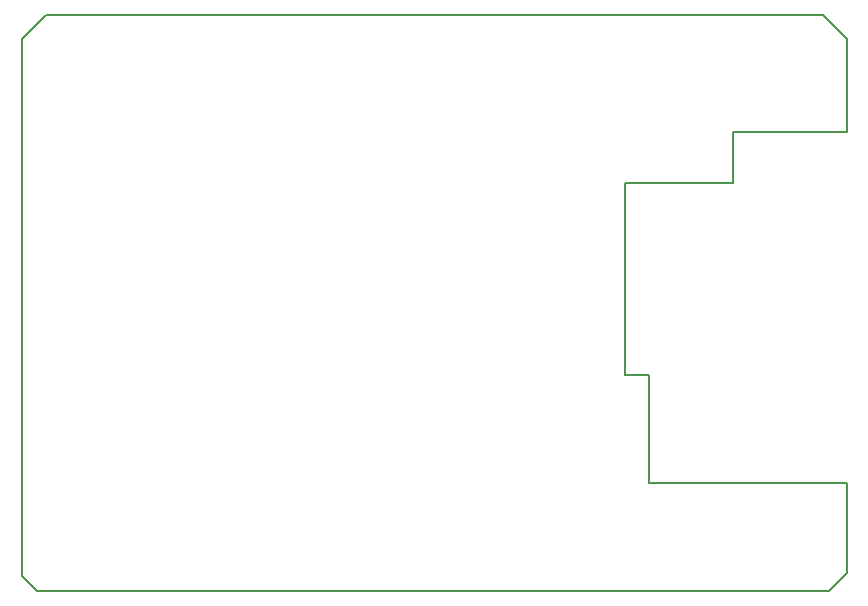
<source format=gm1>
G04 #@! TF.FileFunction,Profile,NP*
%FSLAX46Y46*%
G04 Gerber Fmt 4.6, Leading zero omitted, Abs format (unit mm)*
G04 Created by KiCad (PCBNEW 4.0.7-e2-6376~58~ubuntu16.04.1) date Thu Apr 12 02:42:30 2018*
%MOMM*%
%LPD*%
G01*
G04 APERTURE LIST*
%ADD10C,0.100000*%
%ADD11C,0.150000*%
G04 APERTURE END LIST*
D10*
D11*
X19050000Y-35306000D02*
X19050000Y-80772000D01*
X21082000Y-33274000D02*
X19050000Y-35306000D01*
X21590000Y-33274000D02*
X21082000Y-33274000D01*
X86868000Y-33274000D02*
X21590000Y-33274000D01*
X88900000Y-35306000D02*
X86868000Y-33274000D01*
X88900000Y-43180000D02*
X88900000Y-35306000D01*
X79248000Y-43180000D02*
X88900000Y-43180000D01*
X79248000Y-47498000D02*
X79248000Y-43180000D01*
X70104000Y-47498000D02*
X79248000Y-47498000D01*
X70104000Y-63754000D02*
X70104000Y-47498000D01*
X72136000Y-63754000D02*
X70104000Y-63754000D01*
X72136000Y-72898000D02*
X72136000Y-63754000D01*
X88900000Y-72898000D02*
X72136000Y-72898000D01*
X88900000Y-76962000D02*
X88900000Y-72898000D01*
X88900000Y-80518000D02*
X88900000Y-76962000D01*
X87376000Y-82042000D02*
X88900000Y-80518000D01*
X20320000Y-82042000D02*
X87376000Y-82042000D01*
X19050000Y-80772000D02*
X20320000Y-82042000D01*
M02*

</source>
